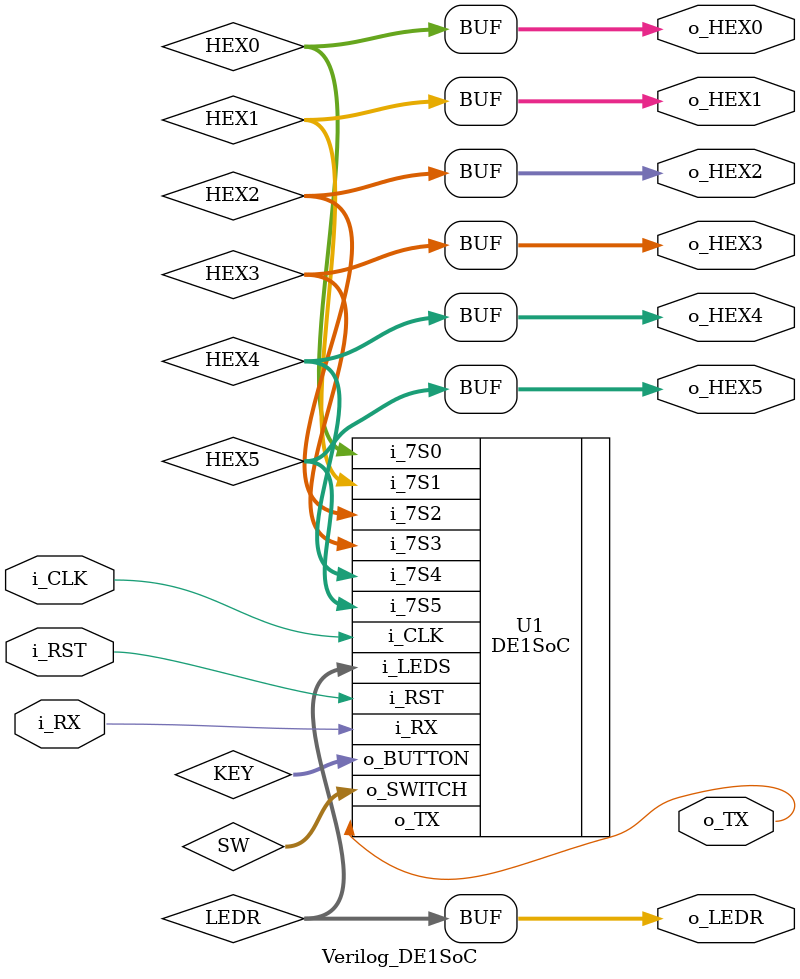
<source format=v>
module Verilog_DE1SoC (
    input i_RX,
    input i_CLK,
    input i_RST,
    output o_TX,
    output [9:0] o_LEDR,
    output [6:0] o_HEX5,
    output [6:0] o_HEX4,
    output [6:0] o_HEX3,
    output [6:0] o_HEX2,
    output [6:0] o_HEX1,
    output [6:0] o_HEX0
);

wire w_CLK;
wire w_LOCKED;
wire w_PLLRST;
wire [9:0] LEDR;
wire [6:0] HEX5;
wire [6:0] HEX4;
wire [6:0] HEX3;
wire [6:0] HEX2;
wire [6:0] HEX1;
wire [6:0] HEX0;
wire [9:0] SW;
wire [3:0] KEY;

assign o_LEDR = LEDR;
assign o_HEX5 = HEX5;
assign o_HEX4 = HEX4;
assign o_HEX3 = HEX3;
assign o_HEX2 = HEX2;
assign o_HEX1 = HEX1;
assign o_HEX0 = HEX0;

DE1SoC #(
    .baud(9600),
    .clock(50000000)
) U1 (
    .i_CLK(i_CLK),
    .i_RX(i_RX),
    .i_RST(i_RST),
    .i_LEDS(LEDR),
    .i_7S5(HEX5),
    .i_7S4(HEX4),
    .i_7S3(HEX3),
    .i_7S2(HEX2),
    .i_7S1(HEX1),
    .i_7S0(HEX0),
    .o_SWITCH(SW),
    .o_BUTTON(KEY),
    .o_TX(o_TX)
);

// Implement your logic inside this region


// End of logic implementation region

endmodule
</source>
